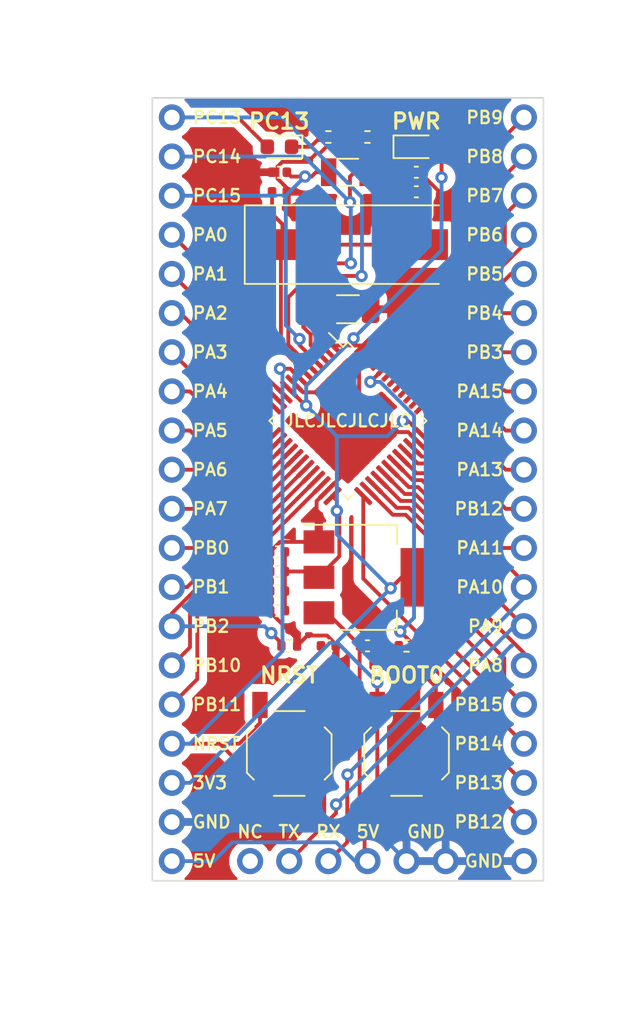
<source format=kicad_pcb>
(kicad_pcb (version 20221018) (generator pcbnew)
  (title_block (title "STM32F103C8T6"))
  (layers (0 "F.Cu" signal) (31 "B.Cu" signal) (34 "B.Paste" user) (35 "F.Paste" user) (36 "B.SilkS" user "B.Silkscreen") (37 "F.SilkS" user "F.Silkscreen") (38 "B.Mask" user) (39 "F.Mask" user) (44 "Edge.Cuts" user))
  (net 0 "")
  (net 1 "PA9")
  (net 2 "PA10")
  (net 3 "+5V")
  (net 4 "GND")
  (net 5 "Net-(D1-K)")
  (net 6 "PC14")
  (net 7 "PC15")
  (net 8 "PD0")
  (net 9 "PD1")
  (net 10 "+3.3V")
  (net 11 "PB2")
  (net 12 "BOOT0")
  (net 13 "PC13")
  (net 14 "NRST")
  (net 15 "PA0")
  (net 16 "PA1")
  (net 17 "PA2")
  (net 18 "PA3")
  (net 19 "PA4")
  (net 20 "PA5")
  (net 21 "PA6")
  (net 22 "PA7")
  (net 23 "PB0")
  (net 24 "PB1")
  (net 25 "PB10")
  (net 26 "PB11")
  (net 27 "PB12")
  (net 28 "PB13")
  (net 29 "PB14")
  (net 30 "PB15")
  (net 31 "PA8")
  (net 32 "PA11")
  (net 33 "PA12")
  (net 34 "PA13")
  (net 35 "PA14")
  (net 36 "PA15")
  (net 37 "PB3")
  (net 38 "PB4")
  (net 39 "PB5")
  (net 40 "PB6")
  (net 41 "PB7")
  (net 42 "PB8")
  (net 43 "PB9")
  (net 44 "Net-(D2-K)")
  (footprint "Capacitor_SMD:C_0402_1005Metric" (layer "F.Cu") (at 144.145 82.296)
    (fp_text reference "C3" hide)
    (fp_text value "30pF")
  )
  (footprint "Package_QFP:LQFP-48_7x7mm_P0.5mm" (layer "F.Cu") (at 139.7 97.155 -45)
    (fp_text reference "U1" hide)
    (fp_text value "STM32F103C8T6")
  )
  (footprint "Resistor_SMD:R_0402_1005Metric" (layer "F.Cu") (at 135.89 111.76 180)
    (fp_text reference "R1" hide)
    (fp_text value "10KΩ")
  )
  (footprint "Resistor_SMD:R_0402_1005Metric" (layer "F.Cu") (at 138.43 78.74)
    (fp_text reference "R4" hide)
    (fp_text value "10KΩ")
  )
  (footprint "Button_Switch_SMD:SW_SPST_TL3342" (layer "F.Cu") (at 135.89 118.745 -90)
    (fp_text reference "SW1" hide)
    (fp_text value "SW_Push")
  )
  (footprint "LED_SMD:LED_0603_1608Metric" (layer "F.Cu") (at 144.145 79.375)
    (fp_text reference "D2" hide)
    (fp_text value "19-217/GHC-YR1S2/3T")
  )
  (footprint "Capacitor_SMD:C_0402_1005Metric" (layer "F.Cu") (at 144.145 81.026 180)
    (fp_text reference "C1" hide)
    (fp_text value "15pF")
  )
  (footprint "Capacitor_SMD:C_0402_1005Metric" (layer "F.Cu") (at 135.128 105.664 180)
    (fp_text reference "C10" hide)
    (fp_text value "100nF")
  )
  (footprint "Capacitor_SMD:C_0402_1005Metric" (layer "F.Cu") (at 135.255 82.296 180)
    (fp_text reference "C4" hide)
    (fp_text value "30pF")
  )
  (footprint "Capacitor_SMD:C_0402_1005Metric" (layer "F.Cu") (at 135.128 108.204 180)
    (fp_text reference "C9" hide)
    (fp_text value "100nF")
  )
  (footprint "LED_SMD:LED_0603_1608Metric" (layer "F.Cu") (at 135.255 79.375 180)
    (fp_text reference "D1" hide)
    (fp_text value "19-217/BHC-ZL1M2RY/3T")
  )
  (footprint "Resistor_SMD:R_0402_1005Metric" (layer "F.Cu") (at 140.97 78.74 180)
    (fp_text reference "R5" hide)
    (fp_text value "10KΩ")
  )
  (footprint "Capacitor_SMD:C_0402_1005Metric" (layer "F.Cu") (at 135.128 106.934 180)
    (fp_text reference "C8" hide)
    (fp_text value "100nF")
  )
  (footprint "Capacitor_SMD:C_0402_1005Metric" (layer "F.Cu") (at 135.255 81.026)
    (fp_text reference "C2" hide)
    (fp_text value "15pF")
  )
  (footprint "Capacitor_SMD:C_0402_1005Metric" (layer "F.Cu") (at 135.128 109.474 180)
    (fp_text reference "C7" hide)
    (fp_text value "100nF")
  )
  (footprint "Resistor_SMD:R_0402_1005Metric" (layer "F.Cu") (at 143.51 111.76 180)
    (fp_text reference "R2" hide)
    (fp_text value "10KΩ")
  )
  (footprint "Capacitor_SMD:C_1206_3216Metric" (layer "F.Cu") (at 139.7 89.916)
    (fp_text reference "C12" hide)
    (fp_text value "100μF")
  )
  (footprint "Crystal:Crystal_SMD_3215-2Pin_3.2x1.5mm" (layer "F.Cu") (at 139.7 81.026 180)
    (fp_text reference "XTAL1" hide)
    (fp_text value "32.768KHz")
  )
  (footprint "Capacitor_SMD:C_0402_1005Metric" (layer "F.Cu") (at 140.97 111.76)
    (fp_text reference "C11" hide)
    (fp_text value "1μF")
  )
  (footprint "Capacitor_SMD:C_0402_1005Metric" (layer "F.Cu") (at 138.43 111.76)
    (fp_text reference "C13" hide)
    (fp_text value "100nF")
  )
  (footprint "Package_TO_SOT_SMD:SOT-223-3_TabPin2" (layer "F.Cu") (at 140.97 107.315)
    (fp_text reference "U2" hide)
    (fp_text value "AMS1117-3.3")
  )
  (footprint "Button_Switch_SMD:SW_SPST_TL3342" (layer "F.Cu") (at 143.51 118.745 90)
    (fp_text reference "SW2" hide)
    (fp_text value "SW_Push")
  )
  (footprint "Crystal:Crystal_SMD_HC49-SD" (layer "F.Cu") (at 139.7 85.725)
    (fp_text reference "XTAL2" hide)
    (fp_text value "8MHz")
  )
  (footprint "Connector_PinHeader_2.54mm:PinHeader_1x20_P2.54mm_Vertical" (layer "B.Cu") (at 128.27 77.47 180)
    (fp_text reference "CH1" hide)
    (fp_text value "Conn_01x20")
  )
  (footprint "Connector_PinHeader_2.54mm:PinHeader_1x06_P2.54mm_Horizontal" (layer "B.Cu") (at 133.35 125.73 -90)
    (fp_text reference "UART1" hide)
    (fp_text value "Conn_01x06")
  )
  (footprint "Connector_PinHeader_2.54mm:PinHeader_1x20_P2.54mm_Vertical" (layer "B.Cu") (at 151.13 77.47 180)
    (fp_text reference "CH2" hide)
    (fp_text value "Conn_01x20")
  )
  (gr_rect (start 127 76.2) (end 152.4 127) (stroke (width 0.1)) (fill none) (layer "Edge.Cuts"))
  (gr_text "PA9\n" (at 149.86 110.49) (layer "F.SilkS") (effects (font (size 0.8 0.8)) (justify right)))
  (gr_text "PA6" (at 129.54 100.33) (layer "F.SilkS") (effects (font (size 0.8 0.8)) (justify left)))
  (gr_text "PB1\n" (at 129.54 107.933798) (layer "F.SilkS") (effects (font (size 0.8 0.8)) (justify left)))
  (gr_text "PB0" (at 129.54 105.41) (layer "F.SilkS") (effects (font (size 0.8 0.8)) (justify left)))
  (gr_text "PB2" (at 129.54 110.49) (layer "F.SilkS") (effects (font (size 0.8 0.8)) (justify left)))
  (gr_text "NC" (at 133.35 123.825) (layer "F.SilkS") (effects (font (size 0.8 0.8))))
  (gr_text "RX" (at 138.43 123.825) (layer "F.SilkS") (effects (font (size 0.8 0.8))))
  (gr_text "PB10" (at 129.54 113.03) (layer "F.SilkS") (effects (font (size 0.8 0.8)) (justify left)))
  (gr_text "PB9\n" (at 149.86 77.476245) (layer "F.SilkS") (effects (font (size 0.8 0.8)) (justify right)))
  (gr_text "PA7" (at 129.54 102.87) (layer "F.SilkS") (effects (font (size 0.8 0.8)) (justify left)))
  (gr_text "PA15\n" (at 149.86 95.25) (layer "F.SilkS") (effects (font (size 0.8 0.8)) (justify right)))
  (gr_text "TX" (at 135.89 123.825) (layer "F.SilkS") (effects (font (size 0.8 0.8))))
  (gr_text "PB3\n" (at 149.86 92.71) (layer "F.SilkS") (effects (font (size 0.8 0.8)) (justify right)))
  (gr_text "GND" (at 144.78 123.825) (layer "F.SilkS") (effects (font (size 0.8 0.8))))
  (gr_text "PA11" (at 149.86 105.41) (layer "F.SilkS") (effects (font (size 0.8 0.8)) (justify right)))
  (gr_text "PA14" (at 149.86 97.79) (layer "F.SilkS") (effects (font (size 0.8 0.8)) (justify right)))
  (gr_text "PA0" (at 129.54 85.09) (layer "F.SilkS") (effects (font (size 0.8 0.8)) (justify left)))
  (gr_text "PB14\n" (at 149.86 118.11) (layer "F.SilkS") (effects (font (size 0.8 0.8)) (justify right)))
  (gr_text "JLCJLCJLCJLC" (at 139.7 97.155) (layer "F.SilkS") (effects (font (size 0.8 0.8))))
  (gr_text "PB12\n" (at 149.86 123.19) (layer "F.SilkS") (effects (font (size 0.8 0.8)) (justify right)))
  (gr_text "PC14" (at 129.54 80.01) (layer "F.SilkS") (effects (font (size 0.8 0.8)) (justify left)))
  (gr_text "GND" (at 129.54 123.19) (layer "F.SilkS") (effects (font (size 0.8 0.8)) (justify left)))
  (gr_text "PB12" (at 149.86 102.87) (layer "F.SilkS") (effects (font (size 0.8 0.8)) (justify right)))
  (gr_text "PB13\n" (at 149.86 120.65) (layer "F.SilkS") (effects (font (size 0.8 0.8)) (justify right)))
  (gr_text "5V" (at 129.54 125.73) (layer "F.SilkS") (effects (font (size 0.8 0.8)) (justify left)))
  (gr_text "PA13" (at 149.86 100.33) (layer "F.SilkS") (effects (font (size 0.8 0.8)) (justify right)))
  (gr_text "5V" (at 141 123.825) (layer "F.SilkS") (effects (font (size 0.8 0.8))))
  (gr_text "PB6\n" (at 149.86 85.089125) (layer "F.SilkS") (effects (font (size 0.8 0.8)) (justify right)))
  (gr_text "PA3" (at 129.54 92.708016) (layer "F.SilkS") (effects (font (size 0.8 0.8)) (justify left)))
  (gr_text "PB8" (at 149.86 80.01) (layer "F.SilkS") (effects (font (size 0.8 0.8)) (justify right)))
  (gr_text "PB7\n" (at 149.86 82.55) (layer "F.SilkS") (effects (font (size 0.8 0.8)) (justify right)))
  (gr_text "PB11" (at 129.54 115.57) (layer "F.SilkS") (effects (font (size 0.8 0.8)) (justify left)))
  (gr_text "PA4" (at 129.54 95.25) (layer "F.SilkS") (effects (font (size 0.8 0.8)) (justify left)))
  (gr_text "PA10\n" (at 149.86 107.95) (layer "F.SilkS") (effects (font (size 0.8 0.8)) (justify right)))
  (gr_text "PC15" (at 129.54 82.55) (layer "F.SilkS") (effects (font (size 0.8 0.8)) (justify left)))
  (gr_text "PB5\n" (at 149.86 87.636245) (layer "F.SilkS") (effects (font (size 0.8 0.8)) (justify right)))
  (gr_text "NRST" (at 135.89 113.665) (layer "F.SilkS") (effects (font (size 1 1) (thickness 0.2))))
  (gr_text "PB15" (at 149.86 115.57) (layer "F.SilkS") (effects (font (size 0.8 0.8)) (justify right)))
  (gr_text "PA1" (at 129.54 87.63) (layer "F.SilkS") (effects (font (size 0.8 0.8)) (justify left)))
  (gr_text "PC13" (at 135.235 77.724) (layer "F.SilkS") (effects (font (size 1 1) (thickness 0.2))))
  (gr_text "PA5" (at 129.54 97.79) (layer "F.SilkS") (effects (font (size 0.8 0.8)) (justify left)))
  (gr_text "BOOT0" (at 143.51 113.665) (layer "F.SilkS") (effects (font (size 1 1) (thickness 0.2))))
  (gr_text "NRST" (at 129.54 118.11) (layer "F.SilkS") (effects (font (size 0.8 0.8)) (justify left)))
  (gr_text "PA2" (at 129.54 90.17) (layer "F.SilkS") (effects (font (size 0.8 0.8)) (justify left)))
  (gr_text "PB4\n" (at 149.86 90.176245) (layer "F.SilkS") (effects (font (size 0.8 0.8)) (justify right)))
  (gr_text "PWR" (at 144.145 77.724) (layer "F.SilkS") (effects (font (size 1 1) (thickness 0.2))))
  (gr_text "PC13" (at 129.54 77.47) (layer "F.SilkS") (effects (font (size 0.8 0.8)) (justify left)))
  (gr_text "PA8\n" (at 149.86 113.03) (layer "F.SilkS") (effects (font (size 0.8 0.8)) (justify right)))
  (gr_text "GND" (at 149.86 125.73) (layer "F.SilkS") (effects (font (size 0.8 0.8)) (justify right)))
  (gr_text "3V3" (at 129.54 120.65) (layer "F.SilkS") (effects (font (size 0.8 0.8)) (justify left)))
  (segment (start 135.89 125.73) (end 136.986 124.634) (width 0.25) (layer "F.Cu") (net 1))
  (segment (start 149.5047 106.702) (end 144.2591 101.4564) (width 0.25) (layer "F.Cu") (net 1))
  (segment (start 136.986 124.634) (end 136.986 124.5549) (width 0.25) (layer "F.Cu") (net 1))
  (segment (start 151.13 110.49) (end 149.5047 108.8647) (width 0.25) (layer "F.Cu") (net 1))
  (segment (start 143.6479 101.4564) (end 142.4666 100.2751) (width 0.25) (layer "F.Cu") (net 1))
  (segment (start 138.9325 122.055) (end 138.9325 122.6084) (width 0.25) (layer "F.Cu") (net 1))
  (segment (start 144.2591 101.4564) (end 143.6479 101.4564) (width 0.25) (layer "F.Cu") (net 1))
  (segment (start 138.9325 122.6084) (end 136.986 124.5549) (width 0.25) (layer "F.Cu") (net 1))
  (segment (start 149.5047 108.8647) (end 149.5047 106.702) (width 0.25) (layer "F.Cu") (net 1))
  (via (at 138.9325 122.055) (size 0.8) (drill 0.4) (layers "F.Cu" "B.Cu") (net 1))
  (segment (start 150.4975 110.49) (end 138.9325 122.055) (width 0.25) (layer "B.Cu") (net 1))
  (segment (start 151.13 110.49) (end 150.4975 110.49) (width 0.25) (layer "B.Cu") (net 1))
  (segment (start 139.6575 120.132) (end 139.6575 124.5025) (width 0.25) (layer "F.Cu") (net 2))
  (segment (start 151.13 107.95) (end 151.13 107.6307) (width 0.25) (layer "F.Cu") (net 2))
  (segment (start 139.67375 120.11575) (end 139.6575 120.132) (width 0.25) (layer "F.Cu") (net 2))
  (segment (start 143.9049 101.0064) (end 142.8201 99.9216) (width 0.25) (layer "F.Cu") (net 2))
  (segment (start 144.5057 101.0064) (end 143.9049 101.0064) (width 0.25) (layer "F.Cu") (net 2))
  (segment (start 151.13 107.6307) (end 144.5057 101.0064) (width 0.25) (layer "F.Cu") (net 2))
  (segment (start 139.6575 124.5025) (end 138.43 125.73) (width 0.25) (layer "F.Cu") (net 2))
  (via (at 139.67375 120.11575) (size 0.8) (drill 0.4) (layers "F.Cu" "B.Cu") (net 2))
  (segment (start 151.13 108.6595) (end 151.13 107.95) (width 0.25) (layer "B.Cu") (net 2))
  (segment (start 139.67375 120.11575) (end 151.13 108.6595) (width 0.25) (layer "B.Cu") (net 2))
  (segment (start 140.462 124.068) (end 140.462 111.788) (width 0.25) (layer "F.Cu") (net 3))
  (segment (start 140.49 111.76) (end 138.345 109.615) (width 0.25) (layer "F.Cu") (net 3))
  (segment (start 138.345 109.615) (end 137.82 109.615) (width 0.25) (layer "F.Cu") (net 3))
  (segment (start 140.462 111.788) (end 140.49 111.76) (width 0.5) (layer "F.Cu") (net 3))
  (segment (start 140.785 124.391) (end 140.462 124.068) (width 0.25) (layer "F.Cu") (net 3))
  (segment (start 140.785 125.545) (end 140.785 124.391) (width 0.25) (layer "F.Cu") (net 3))
  (segment (start 130.9754 125.73) (end 128.27 125.73) (width 0.25) (layer "B.Cu") (net 3))
  (segment (start 132.1941 124.5113) (end 130.9754 125.73) (width 0.25) (layer "B.Cu") (net 3))
  (segment (start 140.1621 125.73) (end 138.9434 124.5113) (width 0.25) (layer "B.Cu") (net 3))
  (segment (start 140.97 125.73) (end 140.1621 125.73) (width 0.25) (layer "B.Cu") (net 3))
  (segment (start 138.9434 124.5113) (end 132.1941 124.5113) (width 0.25) (layer "B.Cu") (net 3))
  (segment (start 128.27 123.19) (end 136.495 123.19) (width 0.25) (layer "F.Cu") (net 4))
  (segment (start 136.4 111.3149) (end 136.4 111.76) (width 0.25) (layer "F.Cu") (net 4))
  (segment (start 143.51 125.73) (end 143.51 124.5549) (width 0.25) (layer "F.Cu") (net 4))
  (segment (start 134.648 106.934) (end 134.648 105.664) (width 0.25) (layer "F.Cu") (net 4))
  (segment (start 135.735 82.0431) (end 135.1293 81.4374) (width 0.25) (layer "F.Cu") (net 4))
  (segment (start 134.648 108.204) (end 134.648 106.934) (width 0.25) (layer "F.Cu") (net 4))
  (segment (start 135.289391 105.015) (end 137.82 105.015) (width 0.25) (layer "F.Cu") (net 4))
  (segment (start 134.648 105.664) (end 134.648 105.656391) (width 0.25) (layer "F.Cu") (net 4))
  (segment (start 134.775 81.026) (end 135.1293 81.026) (width 0.25) (layer "F.Cu") (net 4))
  (segment (start 138.91 111.76) (end 138.91 113.2999) (width 0.25) (layer "F.Cu") (net 4))
  (segment (start 135.4389 80.3536) (end 135.1293 80.6632) (width 0.25) (layer "F.Cu") (net 4))
  (segment (start 138.91 113.2999) (end 137.79 114.4199) (width 0.25) (layer "F.Cu") (net 4))
  (segment (start 141.45 111.76) (end 143 111.76) (width 0.25) (layer "F.Cu") (net 4))
  (segment (start 143.6162 97.8892) (end 144.2343 98.5073) (width 0.25) (layer "F.Cu") (net 4))
  (segment (start 146.5252 87.1548) (end 143.764 89.916) (width 0.25) (layer "F.Cu") (net 4))
  (segment (start 143.51 124.5549) (end 143 124.0449) (width 0.25) (layer "F.Cu") (net 4))
  (segment (start 138.94 78.74) (end 137.8792 79.8008) (width 0.25) (layer "F.Cu") (net 4))
  (segment (start 142.14778 97.8892) (end 138.347658 101.689322) (width 0.25) (layer "F.Cu") (net 4))
  (segment (start 141.1357 78.0643) (end 140.46 78.74) (width 0.25) (layer "F.Cu") (net 4))
  (segment (start 141.175 89.916) (end 143.764 89.916) (width 0.25) (layer "F.Cu") (net 4))
  (segment (start 140.427 95.3476) (end 142.5582 97.4788) (width 0.25) (layer "F.Cu") (net 4))
  (segment (start 140.427 95.3104) (end 140.427 95.3476) (width 0.25) (layer "F.Cu") (net 4))
  (segment (start 143.665 82.2434) (end 143.665 82.296) (width 0.25) (layer "F.Cu") (net 4))
  (segment (start 138.3483 111.0929) (end 138.91 111.6546) (width 0.25) (layer "F.Cu") (net 4))
  (segment (start 135.735 82.296) (end 135.735 82.0431) (width 0.25) (layer "F.Cu") (net 4))
  (segment (start 144.145 78.8916) (end 143.3177 78.0643) (width 0.25) (layer "F.Cu") (net 4))
  (segment (start 137.668 102.369) (end 138.3477 101.6893) (width 0.25) (layer "F.Cu") (net 4))
  (segment (start 137.1001 80.3536) (end 135.4389 80.3536) (width 0.25) (layer "F.Cu") (net 4))
  (segment (start 143.3177 78.0643) (end 141.1357 78.0643) (width 0.25) (layer "F.Cu") (net 4))
  (segment (start 141.0523 92.6207) (end 140.427 93.246) (width 0.25) (layer "F.Cu") (net 4))
  (segment (start 137.82 105.015) (end 137.668 104.863) (width 0.25) (layer "F.Cu") (net 4))
  (segment (start 137.79 115.595) (end 137.79 114.4199) (width 0.25) (layer "F.Cu") (net 4))
  (segment (start 134.648 108.204) (end 134.648 109.474) (width 0.25) (layer "F.Cu") (net 4))
  (segment (start 144.145 80.3663) (end 144.145 78.8916) (width 0.25) (layer "F.Cu") (net 4))
  (segment (start 136.4 111.76) (end 137.0671 111.0929) (width 0.25) (layer "F.Cu") (net 4))
  (segment (start 137.0671 111.0929) (end 138.3483 111.0929) (width 0.25) (layer "F.Cu") (net 4))
  (segment (start 134.648 109.474) (end 134.648 109.5629) (width 0.25) (layer "F.Cu") (net 4))
  (segment (start 144.625 80.8463) (end 144.145 80.3663) (width 0.25) (layer "F.Cu") (net 4))
  (segment (start 137.79 115.595) (end 137.79 121.895) (width 0.25) (layer "F.Cu") (net 4))
  (segment (start 137.668 104.863) (end 137.668 102.369) (width 0.25) (layer "F.Cu") (net 4))
  (segment (start 136.7947 95.3104) (end 136.2263 94.742) (width 0.25) (layer "F.Cu") (net 4))
  (segment (start 135.1293 81.4374) (end 135.1293 81.026) (width 0.25) (layer "F.Cu") (net 4))
  (segment (start 144.625 81.2834) (end 143.665 82.2434) (width 0.25) (layer "F.Cu") (net 4))
  (segment (start 137.8792 79.8008) (end 137.6529 79.8008) (width 0.25) (layer "F.Cu") (net 4))
  (segment (start 146.5252 83.1836) (end 146.5252 87.1548) (width 0.25) (layer "F.Cu") (net 4))
  (segment (start 144.625 81.026) (end 144.625 80.8463) (width 0.25) (layer "F.Cu") (net 4))
  (segment (start 142.9686 97.8892) (end 142.14778 97.8892) (width 0.25) (layer "F.Cu") (net 4))
  (segment (start 144.625 81.2834) (end 144.625 81.026) (width 0.25) (layer "F.Cu") (net 4))
  (segment (start 143 124.0449) (end 143 111.76) (width 0.25) (layer "F.Cu") (net 4))
  (segment (start 144.625 81.2834) (end 146.5252 83.1836) (width 0.25) (layer "F.Cu") (net 4))
  (segment (start 143.764 89.916) (end 141.059322 92.620678) (width 0.25) (layer "F.Cu") (net 4))
  (segment (start 136.495 123.19) (end 137.79 121.895) (width 0.25) (layer "F.Cu") (net 4))
  (segment (start 140.46 78.74) (end 138.94 78.74) (width 0.25) (layer "F.Cu") (net 4))
  (segment (start 142.9686 97.8892) (end 143.6162 97.8892) (width 0.25) (layer "F.Cu") (net 4))
  (segment (start 140.427 93.246) (end 140.427 95.3104) (width 0.25) (layer "F.Cu") (net 4))
  (segment (start 135.1293 80.6632) (end 135.1293 81.026) (width 0.25) (layer "F.Cu") (net 4))
  (segment (start 134.648 105.656391) (end 135.289391 105.015) (width 0.25) (layer "F.Cu") (net 4))
  (segment (start 140.427 95.3104) (end 136.7947 95.3104) (width 0.25) (layer "F.Cu") (net 4))
  (segment (start 141.059322 92.620678) (end 141.052342 92.620678) (width 0.25) (layer "F.Cu") (net 4))
  (segment (start 137.6529 79.8008) (end 137.1001 80.3536) (width 0.25) (layer "F.Cu") (net 4))
  (segment (start 142.5582 97.4788) (end 142.9686 97.8892) (width 0.25) (layer "F.Cu") (net 4))
  (segment (start 138.91 111.6546) (end 138.91 111.76) (width 0.25) (layer "F.Cu") (net 4))
  (segment (start 134.648 109.5629) (end 136.4 111.3149) (width 0.25) (layer "F.Cu") (net 4))
  (segment (start 140.97 123.19) (end 143.51 125.73) (width 0.25) (layer "B.Cu") (net 4))
  (segment (start 128.27 123.19) (end 140.97 123.19) (width 0.25) (layer "B.Cu") (net 4))
  (segment (start 146.05 125.73) (end 143.51 125.73) (width 0.25) (layer "B.Cu") (net 4))
  (segment (start 151.13 125.73) (end 146.05 125.73) (width 0.25) (layer "B.Cu") (net 4))
  (segment (start 136.0425 79.375) (end 137.285 79.375) (width 0.25) (layer "F.Cu") (net 5))
  (segment (start 137.285 79.375) (end 137.92 78.74) (width 0.25) (layer "F.Cu") (net 5))
  (segment (start 137.2795 92.2596) (end 137.9941 92.9742) (width 0.25) (layer "F.Cu") (net 6))
  (segment (start 136.803 88.805) (end 136.803 91.0733) (width 0.25) (layer "F.Cu") (net 6))
  (segment (start 137.2795 91.5498) (end 137.2795 92.2596) (width 0.25) (layer "F.Cu") (net 6))
  (segment (start 136.803 91.0733) (end 137.2795 91.5498) (width 0.25) (layer "F.Cu") (net 6))
  (segment (start 139.8897 86.938627) (end 138.669373 86.938627) (width 0.25) (layer "F.Cu") (net 6))
  (segment (start 140.95 81.026) (end 140.1249 81.026) (width 0.25) (layer "F.Cu") (net 6))
  (segment (start 140.1249 81.026) (end 139.8329 81.318) (width 0.25) (layer "F.Cu") (net 6))
  (segment (start 140.95 81.026) (end 143.665 81.026) (width 0.25) (layer "F.Cu") (net 6))
  (segment (start 138.669373 86.938627) (end 136.803 88.805) (width 0.25) (layer "F.Cu") (net 6))
  (segment (start 139.8329 81.318) (end 139.8329 82.9715) (width 0.25) (layer "F.Cu") (net 6))
  (via (at 139.8329 82.9715) (size 0.8) (drill 0.4) (layers "F.Cu" "B.Cu") (net 6))
  (via (at 139.8897 86.938627) (size 0.8) (drill 0.4) (layers "F.Cu" "B.Cu") (net 6))
  (segment (start 139.8897 86.938627) (end 139.8891 86.938027) (width 0.25) (layer "B.Cu") (net 6))
  (segment (start 139.8891 86.938027) (end 139.8891 83.0277) (width 0.25) (layer "B.Cu") (net 6))
  (segment (start 139.8329 82.9715) (end 136.8714 80.01) (width 0.25) (layer "B.Cu") (net 6))
  (segment (start 136.8714 80.01) (end 128.27 80.01) (width 0.25) (layer "B.Cu") (net 6))
  (segment (start 139.8891 83.0277) (end 139.8329 82.9715) (width 0.25) (layer "B.Cu") (net 6))
  (segment (start 136.5544 92.2416) (end 137.6406 93.3278) (width 0.25) (layer "F.Cu") (net 7))
  (segment (start 137.3452 81.3057) (end 136.9127 81.3057) (width 0.25) (layer "F.Cu") (net 7))
  (segment (start 136.0147 81.3057) (end 135.735 81.026) (width 0.25) (layer "F.Cu") (net 7))
  (segment (start 136.9127 81.3057) (end 136.0147 81.3057) (width 0.25) (layer "F.Cu") (net 7))
  (segment (start 138.45 81.026) (end 137.6249 81.026) (width 0.25) (layer "F.Cu") (net 7))
  (segment (start 137.6249 81.026) (end 137.3452 81.3057) (width 0.25) (layer "F.Cu") (net 7))
  (segment (start 136.5544 91.8501) (end 136.5544 92.2416) (width 0.25) (layer "F.Cu") (net 7))
  (via (at 136.5544 91.8501) (size 0.8) (drill 0.4) (layers "F.Cu" "B.Cu") (net 7))
  (via (at 136.9127 81.3057) (size 0.8) (drill 0.4) (layers "F.Cu" "B.Cu") (net 7))
  (segment (start 135.6684 82.55) (end 136.9127 81.3057) (width 0.25) (layer "B.Cu") (net 7))
  (segment (start 135.6684 82.55) (end 135.6684 90.9641) (width 0.25) (layer "B.Cu") (net 7))
  (segment (start 128.27 82.55) (end 135.6684 82.55) (width 0.25) (layer "B.Cu") (net 7))
  (segment (start 135.6684 90.9641) (end 136.5544 91.8501) (width 0.25) (layer "B.Cu") (net 7))
  (segment (start 135.8293 89.142) (end 139.2463 85.725) (width 0.25) (layer "F.Cu") (net 8))
  (segment (start 143.95 85.725) (end 143.95 84.3999) (width 0.25) (layer "F.Cu") (net 8))
  (segment (start 137.287 93.6813) (end 135.8293 92.2236) (width 0.25) (layer "F.Cu") (net 8))
  (segment (start 139.2463 85.725) (end 143.95 85.725) (width 0.25) (layer "F.Cu") (net 8))
  (segment (start 135.8293 92.2236) (end 135.8293 89.142) (width 0.25) (layer "F.Cu") (net 8))
  (segment (start 143.95 84.3999) (end 144.625 83.7249) (width 0.25) (layer "F.Cu") (net 8))
  (segment (start 144.625 83.7249) (end 144.625 82.296) (width 0.25) (layer "F.Cu") (net 8))
  (segment (start 135.45 85.0624) (end 135.45 84.3999) (width 0.25) (layer "F.Cu") (net 9))
  (segment (start 135.3502 92.4517) (end 136.9334 94.0349) (width 0.25) (layer "F.Cu") (net 9))
  (segment (start 135.45 85.725) (end 135.45 85.0624) (width 0.25) (layer "F.Cu") (net 9))
  (segment (start 135.45 85.0624) (end 135.3502 85.1622) (width 0.25) (layer "F.Cu") (net 9))
  (segment (start 135.3502 85.1622) (end 135.3502 92.4517) (width 0.25) (layer "F.Cu") (net 9))
  (segment (start 135.45 84.3999) (end 134.775 83.7249) (width 0.25) (layer "F.Cu") (net 9))
  (segment (start 134.775 83.7249) (end 134.775 82.296) (width 0.25) (layer "F.Cu") (net 9))
  (segment (start 141.61 114.4199) (end 141.61 114.1408) (width 0.25) (layer "F.Cu") (net 10))
  (segment (start 135.7646 106.934) (end 137.6634 106.934) (width 0.25) (layer "F.Cu") (net 10))
  (segment (start 135.8728 95.0956) (end 136.9434 96.1662) (width 0.25) (layer "F.Cu") (net 10))
  (segment (start 143.188 107.315) (end 142.4776 108.0254) (width 0.25) (layer "F.Cu") (net 10))
  (segment (start 140.6988 92.2671) (end 140.0688 92.2671) (width 0.25) (layer "F.Cu") (net 10))
  (segment (start 135.608 105.664) (end 135.608 106.7774) (width 0.25) (layer "F.Cu") (net 10))
  (segment (start 137.82 107.315) (end 137.82 106.7774) (width 0.25) (layer "F.Cu") (net 10))
  (segment (start 135.608 106.7774) (end 135.608 106.934) (width 0.25) (layer "F.Cu") (net 10))
  (segment (start 138.317 106.7774) (end 139.1452 105.9492) (width 0.25) (layer "F.Cu") (net 10))
  (segment (start 135.608 109.474) (end 135.608 108.204) (width 0.25) (layer "F.Cu") (net 10))
  (segment (start 138.9829 102.9994) (end 138.9829 102.3246) (width 0.25) (layer "F.Cu") (net 10))
  (segment (start 141.61 121.895) (end 141.61 115.595) (width 0.25) (layer "F.Cu") (net 10))
  (segment (start 137.82 106.7774) (end 138.317 106.7774) (width 0.25) (layer "F.Cu") (net 10))
  (segment (start 143.2689 97.1641) (end 143.5982 97.1641) (width 0.25) (layer "F.Cu") (net 10))
  (segment (start 139.1452 103.1617) (end 138.9829 102.9994) (width 0.25) (layer "F.Cu") (net 10))
  (segment (start 138.9829 102.3246) (end 138.7012 102.0429) (width 0.25) (layer "F.Cu") (net 10))
  (segment (start 140.0688 91.803) (end 140.0688 92.2671) (width 0.25) (layer "F.Cu") (net 10))
  (segment (start 137.6634 106.934) (end 137.82 106.7774) (width 0.25) (layer "F.Cu") (net 10))
  (segment (start 144.9325 79.375) (end 145.7814 80.2239) (width 0.25) (layer "F.Cu") (net 10))
  (segment (start 140.0688 92.2671) (end 138.7012 92.2671) (width 0.25) (layer "F.Cu") (net 10))
  (segment (start 145.7814 80.2239) (end 145.7814 81.3699) (width 0.25) (layer "F.Cu") (net 10))
  (segment (start 141.61 115.595) (end 141.61 114.4199) (width 0.25) (layer "F.Cu") (net 10))
  (segment (start 144.12 107.315) (end 143.188 107.315) (width 0.25) (layer "F.Cu") (net 10))
  (segment (start 139.1452 105.9492) (end 139.1452 103.1617) (width 0.25) (layer "F.Cu") (net 10))
  (segment (start 136.9434 96.1662) (end 136.9913 96.1662) (width 0.25) (layer "F.Cu") (net 10))
  (segment (start 135.608 108.204) (end 135.608 106.934) (width 0.25) (layer "F.Cu") (net 10))
  (segment (start 135.608 106.7774) (end 135.7646 106.934) (width 0.25) (layer "F.Cu") (net 10))
  (segment (start 143.5982 97.1641) (end 144.5879 98.1538) (width 0.25) (layer "F.Cu") (net 10))
  (segment (start 138.7012 90.3922) (end 138.225 89.916) (width 0.25) (layer "F.Cu") (net 10))
  (segment (start 138.7012 92.2671) (end 138.7012 90.3922) (width 0.25) (layer "F.Cu") (net 10))
  (via (at 138.9829 102.9994) (size 0.8) (drill 0.4) (layers "F.Cu" "B.Cu") (net 10))
  (via (at 143.2689 97.1641) (size 0.8) (drill 0.4) (layers "F.Cu" "B.Cu") (net 10))
  (via (at 136.9913 96.1662) (size 0.8) (drill 0.4) (layers "F.Cu" "B.Cu") (net 10))
  (via (at 141.61 114.1408) (size 0.8) (drill 0.4) (layers "F.Cu" "B.Cu") (net 10))
  (via (at 142.4776 108.0254) (size 0.8) (drill 0.4) (layers "F.Cu" "B.Cu") (net 10))
  (via (at 140.0688 91.803) (size 0.8) (drill 0.4) (layers "F.Cu" "B.Cu") (net 10))
  (via (at 145.7814 81.3699) (size 0.8) (drill 0.4) (layers "F.Cu" "B.Cu") (net 10))
  (segment (start 138.9829 104.5307) (end 138.9829 102.9994) (width 0.25) (layer "B.Cu") (net 10))
  (segment (start 138.527 111.5681) (end 139.0373 111.5681) (width 0.25) (layer "B.Cu") (net 10))
  (segment (start 128.27 120.65) (end 129.4451 120.65) (width 0.25) (layer "B.Cu") (net 10))
  (segment (start 136.9913 96.1662) (end 136.9913 94.8805) (width 0.25) (layer "B.Cu") (net 10))
  (segment (start 145.7814 86.0904) (end 145.7814 81.3699) (width 0.25) (layer "B.Cu") (net 10))
  (segment (start 129.4451 120.65) (end 138.527 111.5681) (width 0.25) (layer "B.Cu") (net 10))
  (segment (start 136.9913 94.8805) (end 140.0688 91.803) (width 0.25) (layer "B.Cu") (net 10))
  (segment (start 139.0373 111.4657) (end 142.4776 108.0254) (width 0.25) (layer "B.Cu") (net 10))
  (segment (start 140.0688 91.803) (end 145.7814 86.0904) (width 0.25) (layer "B.Cu") (net 10))
  (segment (start 138.9829 102.9994) (end 138.9829 98.1578) (width 0.25) (layer "B.Cu") (net 10))
  (segment (start 138.9829 98.1578) (end 136.9913 96.1662) (width 0.25) (layer "B.Cu") (net 10))
  (segment (start 138.9829 98.1578) (end 142.2752 98.1578) (width 0.25) (layer "B.Cu") (net 10))
  (segment (start 142.2752 98.1578) (end 143.2689 97.1641) (width 0.25) (layer "B.Cu") (net 10))
  (segment (start 142.4776 108.0254) (end 138.9829 104.5307) (width 0.25) (layer "B.Cu") (net 10))
  (segment (start 139.0373 111.5681) (end 139.0373 111.4657) (width 0.25) (layer "B.Cu") (net 10))
  (segment (start 139.0373 111.5681) (end 141.61 114.1408) (width 0.25) (layer "B.Cu") (net 10))
  (segment (start 128.27 109.6457) (end 137.287 100.6287) (width 0.25) (layer "F.Cu") (net 11))
  (segment (start 128.27 110.49) (end 128.27 109.6457) (width 0.25) (layer "F.Cu") (net 11))
  (segment (start 135.38 111.587) (end 135.38 111.76) (width 0.25) (layer "F.Cu") (net 11))
  (segment (start 134.7256 110.9326) (end 135.38 111.587) (width 0.25) (layer "F.Cu") (net 11))
  (via (at 134.7256 110.9326) (size 0.8) (drill 0.4) (layers "F.Cu" "B.Cu") (net 11))
  (segment (start 128.27 110.49) (end 134.283 110.49) (width 0.25) (layer "B.Cu") (net 11))
  (segment (start 134.283 110.49) (end 134.7256 110.9326) (width 0.25) (layer "B.Cu") (net 11))
  (segment (start 144.02 111.76) (end 144.02 111.7449) (width 0.25) (layer "F.Cu") (net 12))
  (segment (start 144.02 111.7449) (end 143.1022 110.8271) (width 0.25) (layer "F.Cu") (net 12))
  (segment (start 145.41 114.4199) (end 144.02 113.0299) (width 0.25) (layer "F.Cu") (net 12))
  (segment (start 145.41 115.595) (end 145.41 114.4199) (width 0.25) (layer "F.Cu") (net 12))
  (segment (start 141.1613 94.633) (end 142.113 93.6813) (width 0.25) (layer "F.Cu") (net 12))
  (segment (start 144.02 113.0299) (end 144.02 111.76) (width 0.25) (layer "F.Cu") (net 12))
  (segment (start 145.41 115.595) (end 145.41 121.895) (width 0.25) (layer "F.Cu") (net 12))
  (via (at 143.1022 110.8271) (size 0.8) (drill 0.4) (layers "F.Cu" "B.Cu") (net 12))
  (via (at 141.1613 94.633) (size 0.8) (drill 0.4) (layers "F.Cu" "B.Cu") (net 12))
  (segment (start 141.798 94.633) (end 143.994 96.829) (width 0.25) (layer "B.Cu") (net 12))
  (segment (start 143.994 96.829) (end 143.994 109.9353) (width 0.25) (layer "B.Cu") (net 12))
  (segment (start 143.994 109.9353) (end 143.1022 110.8271) (width 0.25) (layer "B.Cu") (net 12))
  (segment (start 141.1613 94.633) (end 141.798 94.633) (width 0.25) (layer "B.Cu") (net 12))
  (segment (start 137.3069 90.9405) (end 137.7296 91.3632) (width 0.25) (layer "F.Cu") (net 13))
  (segment (start 128.27 77.47) (end 132.5625 77.47) (width 0.25) (layer "F.Cu") (net 13))
  (segment (start 137.7296 91.3632) (end 137.7296 92.0026) (width 0.25) (layer "F.Cu") (net 13))
  (segment (start 132.5625 77.47) (end 134.4675 79.375) (width 0.25) (layer "F.Cu") (net 13))
  (segment (start 138.5222 87.757) (end 137.3069 88.9723) (width 0.25) (layer "F.Cu") (net 13))
  (segment (start 137.3069 88.9723) (end 137.3069 90.9405) (width 0.25) (layer "F.Cu") (net 13))
  (segment (start 140.589 87.757) (end 138.5222 87.757) (width 0.25) (layer "F.Cu") (net 13))
  (segment (start 137.7296 92.0026) (end 138.3477 92.6207) (width 0.25) (layer "F.Cu") (net 13))
  (via (at 140.589 87.757) (size 0.8) (drill 0.4) (layers "F.Cu" "B.Cu") (net 13))
  (segment (start 140.589 87.757) (end 140.6142 87.7318) (width 0.25) (layer "B.Cu") (net 13))
  (segment (start 140.6142 87.7318) (end 140.6142 82.6507) (width 0.25) (layer "B.Cu") (net 13))
  (segment (start 135.4335 77.47) (end 128.27 77.47) (width 0.25) (layer "B.Cu") (net 13))
  (segment (start 140.6142 82.6507) (end 135.4335 77.47) (width 0.25) (layer "B.Cu") (net 13))
  (segment (start 131.3801 118.11) (end 128.27 118.11) (width 0.25) (layer "F.Cu") (net 14))
  (segment (start 132.6501 118.11) (end 133.99 116.7701) (width 0.25) (layer "F.Cu") (net 14))
  (segment (start 133.99 115.595) (end 133.99 116.7701) (width 0.25) (layer "F.Cu") (net 14))
  (segment (start 133.99 121.895) (end 133.99 120.7199) (width 0.25) (layer "F.Cu") (net 14))
  (segment (start 128.27 118.11) (end 132.6501 118.11) (width 0.25) (layer "F.Cu") (net 14))
  (segment (start 137.95 112.113) (end 134.468 115.595) (width 0.25) (layer "F.Cu") (net 14))
  (segment (start 136.5799 94.3884) (end 135.9675 93.776) (width 0.25) (layer "F.Cu") (net 14))
  (segment (start 134.468 115.595) (end 133.99 115.595) (width 0.25) (layer "F.Cu") (net 14))
  (segment (start 135.9675 93.776) (end 135.2914 93.776) (width 0.25) (layer "F.Cu") (net 14))
  (segment (start 137.95 111.76) (end 137.95 112.113) (width 0.25) (layer "F.Cu") (net 14))
  (segment (start 133.99 120.7199) (end 131.3801 118.11) (width 0.25) (layer "F.Cu") (net 14))
  (via (at 135.2914 93.776) (size 0.8) (drill 0.4) (layers "F.Cu" "B.Cu") (net 14))
  (segment (start 129.4451 118.11) (end 135.4515 112.1036) (width 0.25) (layer "B.Cu") (net 14))
  (segment (start 135.4515 93.9361) (end 135.2914 93.776) (width 0.25) (layer "B.Cu") (net 14))
  (segment (start 128.27 118.11) (end 129.4451 118.11) (width 0.25) (layer "B.Cu") (net 14))
  (segment (start 135.4515 112.1036) (end 135.4515 93.9361) (width 0.25) (layer "B.Cu") (net 14))
  (segment (start 133.4033 93.3332) (end 135.5192 95.4491) (width 0.25) (layer "F.Cu") (net 15))
  (segment (start 128.27 85.09) (end 133.4033 90.2233) (width 0.25) (layer "F.Cu") (net 15))
  (segment (start 133.4033 90.2233) (end 133.4033 93.3332) (width 0.25) (layer "F.Cu") (net 15))
  (segment (start 128.27 87.63) (end 130.187 89.547) (width 0.25) (layer "F.Cu") (net 16))
  (segment (start 135.1657 95.8027) (end 130.187 90.824) (width 0.25) (layer "F.Cu") (net 16))
  (segment (start 130.187 89.547) (end 130.187 90.824) (width 0.25) (layer "F.Cu") (net 16))
  (segment (start 128.27 90.17) (end 128.8259 90.17) (width 0.25) (layer "F.Cu") (net 17))
  (segment (start 128.8259 90.17) (end 134.8121 96.1562) (width 0.25) (layer "F.Cu") (net 17))
  (segment (start 133.713788 98.153788) (end 134.812124 98.153788) (width 0.25) (layer "F.Cu") (net 18))
  (segment (start 128.27 92.71) (end 133.713788 98.153788) (width 0.25) (layer "F.Cu") (net 18))
  (segment (start 128.27 95.25) (end 129.4451 95.25) (width 0.25) (layer "F.Cu") (net 19))
  (segment (start 134.5716 99.1014) (end 135.1657 98.5073) (width 0.25) (layer "F.Cu") (net 19))
  (segment (start 133.2965 99.1014) (end 134.5716 99.1014) (width 0.25) (layer "F.Cu") (net 19))
  (segment (start 129.4451 95.25) (end 133.2965 99.1014) (width 0.25) (layer "F.Cu") (net 19))
  (segment (start 129.4451 97.79) (end 131.2165 99.5614) (width 0.25) (layer "F.Cu") (net 20))
  (segment (start 128.27 97.79) (end 129.4451 97.79) (width 0.25) (layer "F.Cu") (net 20))
  (segment (start 131.2165 99.5614) (end 134.8187 99.5614) (width 0.25) (layer "F.Cu") (net 20))
  (segment (start 134.8187 99.5614) (end 135.5192 98.8609) (width 0.25) (layer "F.Cu") (net 20))
  (segment (start 128.27 100.33) (end 134.7572 100.33) (width 0.25) (layer "F.Cu") (net 21))
  (segment (start 134.7572 100.33) (end 135.8728 99.2144) (width 0.25) (layer "F.Cu") (net 21))
  (segment (start 128.27 102.87) (end 132.9243 102.87) (width 0.25) (layer "F.Cu") (net 22))
  (segment (start 132.9243 102.87) (end 136.2263 99.568) (width 0.25) (layer "F.Cu") (net 22))
  (segment (start 131.0915 105.41) (end 136.5799 99.9216) (width 0.25) (layer "F.Cu") (net 23))
  (segment (start 128.27 105.41) (end 131.0915 105.41) (width 0.25) (layer "F.Cu") (net 23))
  (segment (start 136.9334 100.2751) (end 129.2585 107.95) (width 0.25) (layer "F.Cu") (net 24))
  (segment (start 129.2585 107.95) (end 128.27 107.95) (width 0.25) (layer "F.Cu") (net 24))
  (segment (start 128.27 113.03) (end 129.4451 111.8549) (width 0.25) (layer "F.Cu") (net 25))
  (segment (start 129.4451 109.1777) (end 137.6406 100.9822) (width 0.25) (layer "F.Cu") (net 25))
  (segment (start 129.4451 111.8549) (end 129.4451 109.1777) (width 0.25) (layer "F.Cu") (net 25))
  (segment (start 128.27 115.57) (end 129.921 113.919) (width 0.25) (layer "F.Cu") (net 26))
  (segment (start 129.921 109.4089) (end 137.9941 101.3358) (width 0.25) (layer "F.Cu") (net 26))
  (segment (start 129.921 113.919) (end 129.921 109.4089) (width 0.25) (layer "F.Cu") (net 26))
  (segment (start 151.13 123.19) (end 147.7042 119.7642) (width 0.25) (layer "F.Cu") (net 27))
  (segment (start 147.7042 114.4031) (end 140.6988 107.3977) (width 0.25) (layer "F.Cu") (net 27))
  (segment (start 147.7042 119.7642) (end 147.7042 114.4031) (width 0.25) (layer "F.Cu") (net 27))
  (segment (start 140.6988 107.3977) (end 140.6988 102.0429) (width 0.25) (layer "F.Cu") (net 27))
  (segment (start 151.13 120.65) (end 148.59 118.11) (width 0.25) (layer "F.Cu") (net 28))
  (segment (start 148.59 114.0154) (end 146.304 111.7294) (width 0.25) (layer "F.Cu") (net 28))
  (segment (start 143.4558 103.2564) (end 142.6194 103.2564) (width 0.25) (layer "F.Cu") (net 28))
  (segment (start 148.59 118.11) (end 148.59 114.0154) (width 0.25) (layer "F.Cu") (net 28))
  (segment (start 146.304 111.7294) (end 146.304 106.1046) (width 0.25) (layer "F.Cu") (net 28))
  (segment (start 142.6194 103.2564) (end 141.0523 101.6893) (width 0.25) (layer "F.Cu") (net 28))
  (segment (start 146.304 106.1046) (end 143.4558 103.2564) (width 0.25) (layer "F.Cu") (net 28))
  (segment (start 146.939 106.0847) (end 143.6607 102.8064) (width 0.25) (layer "F.Cu") (net 29))
  (segment (start 149.098 113.0528) (end 146.939 110.8938) (width 0.25) (layer "F.Cu") (net 29))
  (segment (start 143.6607 102.8064) (end 142.8765 102.8064) (width 0.25) (layer "F.Cu") (net 29))
  (segment (start 149.098 116.078) (end 149.098 113.0528) (width 0.25) (layer "F.Cu") (net 29))
  (segment (start 142.8765 102.8064) (end 141.4059 101.3358) (width 0.25) (layer "F.Cu") (net 29))
  (segment (start 151.13 118.11) (end 149.098 116.078) (width 0.25) (layer "F.Cu") (net 29))
  (segment (start 146.939 110.8938) (end 146.939 106.0847) (width 0.25) (layer "F.Cu") (net 29))
  (segment (start 149.86 114.3) (end 149.86 112.5693) (width 0.25) (layer "F.Cu") (net 30))
  (segment (start 143.1336 102.3564) (end 141.7594 100.9822) (width 0.25) (layer "F.Cu") (net 30))
  (segment (start 143.8754 102.3564) (end 143.1336 102.3564) (width 0.25) (layer "F.Cu") (net 30))
  (segment (start 149.86 112.5693) (end 147.574 110.2833) (width 0.25) (layer "F.Cu") (net 30))
  (segment (start 147.574 110.2833) (end 147.574 106.055) (width 0.25) (layer "F.Cu") (net 30))
  (segment (start 147.574 106.055) (end 143.8754 102.3564) (width 0.25) (layer "F.Cu") (net 30))
  (segment (start 151.13 115.57) (end 149.86 114.3) (width 0.25) (layer "F.Cu") (net 30))
  (segment (start 151.13 113.03) (end 151.13 112.2202) (width 0.25) (layer "F.Cu") (net 31))
  (segment (start 148.2463 106.0906) (end 144.0621 101.9064) (width 0.25) (layer "F.Cu") (net 31))
  (segment (start 148.2463 109.3365) (end 148.2463 106.0906) (width 0.25) (layer "F.Cu") (net 31))
  (segment (start 151.13 112.2202) (end 148.2463 109.3365) (width 0.25) (layer "F.Cu") (net 31))
  (segment (start 144.0621 101.9064) (end 143.3907 101.9064) (width 0.25) (layer "F.Cu") (net 31))
  (segment (start 143.3907 101.9064) (end 142.113 100.6287) (width 0.25) (layer "F.Cu") (net 31))
  (segment (start 151.13 105.41) (end 149.545696 105.41) (width 0.25) (layer "F.Cu") (net 32))
  (segment (start 144.692096 100.5564) (end 144.1621 100.5564) (width 0.25) (layer "F.Cu") (net 32))
  (segment (start 144.1621 100.5564) (end 143.1737 99.568) (width 0.25) (layer "F.Cu") (net 32))
  (segment (start 149.545696 105.41) (end 144.692096 100.5564) (width 0.25) (layer "F.Cu") (net 32))
  (segment (start 151.13 102.87) (end 149.9549 102.87) (width 0.25) (layer "F.Cu") (net 33))
  (segment (start 147.0101 99.9252) (end 144.238 99.9252) (width 0.25) (layer "F.Cu") (net 33))
  (segment (start 149.9549 102.87) (end 147.0101 99.9252) (width 0.25) (layer "F.Cu") (net 33))
  (segment (start 144.238 99.9252) (end 143.5272 99.2144) (width 0.25) (layer "F.Cu") (net 33))
  (segment (start 149.1 99.4751) (end 144.495 99.4751) (width 0.25) (layer "F.Cu") (net 34))
  (segment (start 149.9549 100.33) (end 149.1 99.4751) (width 0.25) (layer "F.Cu") (net 34))
  (segment (start 151.13 100.33) (end 149.9549 100.33) (width 0.25) (layer "F.Cu") (net 34))
  (segment (start 144.495 99.4751) (end 143.8808 98.8609) (width 0.25) (layer "F.Cu") (net 34))
  (segment (start 149.9549 97.79) (end 148.3211 96.1562) (width 0.25) (layer "F.Cu") (net 35))
  (segment (start 151.13 97.79) (end 149.9549 97.79) (width 0.25) (layer "F.Cu") (net 35))
  (segment (start 148.3211 96.1562) (end 144.5879 96.1562) (width 0.25) (layer "F.Cu") (net 35))
  (segment (start 144.8629 95.1741) (end 144.2343 95.8027) (width 0.25) (layer "F.Cu") (net 36))
  (segment (start 149.879 95.1741) (end 144.8629 95.1741) (width 0.25) (layer "F.Cu") (net 36))
  (segment (start 149.9549 95.25) (end 149.879 95.1741) (width 0.25) (layer "F.Cu") (net 36))
  (segment (start 151.13 95.25) (end 149.9549 95.25) (width 0.25) (layer "F.Cu") (net 36))
  (segment (start 146.6199 92.71) (end 143.8808 95.4491) (width 0.25) (layer "F.Cu") (net 37))
  (segment (start 151.13 92.71) (end 146.6199 92.71) (width 0.25) (layer "F.Cu") (net 37))
  (segment (start 151.13 90.17) (end 148.4528 90.17) (width 0.25) (layer "F.Cu") (net 38))
  (segment (start 148.4528 90.17) (end 143.5272 95.0956) (width 0.25) (layer "F.Cu") (net 38))
  (segment (start 150.2857 87.63) (end 143.1737 94.742) (width 0.25) (layer "F.Cu") (net 39))
  (segment (start 151.13 87.63) (end 150.2857 87.63) (width 0.25) (layer "F.Cu") (net 39))
  (segment (start 143.6682 93.188196) (end 151.13 85.726396) (width 0.25) (layer "F.Cu") (net 40))
  (segment (start 151.13 85.726396) (end 151.13 85.09) (width 0.25) (layer "F.Cu") (net 40))
  (segment (start 143.6682 93.5403) (end 143.6682 93.188196) (width 0.25) (layer "F.Cu") (net 40))
  (segment (start 142.8201 94.3884) (end 143.6682 93.5403) (width 0.25) (layer "F.Cu") (net 40))
  (segment (start 143.2182 93.0018) (end 143.2182 93.2833) (width 0.25) (layer "F.Cu") (net 41))
  (segment (start 149.8918 83.7882) (end 149.8918 86.3282) (width 0.25) (layer "F.Cu") (net 41))
  (segment (start 149.8918 86.3282) (end 143.2182 93.0018) (width 0.25) (layer "F.Cu") (net 41))
  (segment (start 143.2182 93.2833) (end 142.4666 94.0349) (width 0.25) (layer "F.Cu") (net 41))
  (segment (start 151.13 82.55) (end 149.8918 83.7882) (width 0.25) (layer "F.Cu") (net 41))
  (segment (start 151.13 80.01) (end 149.4416 81.6984) (width 0.25) (layer "F.Cu") (net 42))
  (segment (start 149.4416 81.6984) (end 149.4416 85.6456) (width 0.25) (layer "F.Cu") (net 42))
  (segment (start 149.4416 85.6456) (end 141.7594 93.3278) (width 0.25) (layer "F.Cu") (net 42))
  (segment (start 151.13 77.47) (end 148.8245 79.7755) (width 0.25) (layer "F.Cu") (net 43))
  (segment (start 148.8245 79.7755) (end 148.8245 85.5556) (width 0.25) (layer "F.Cu") (net 43))
  (segment (start 148.8245 85.5556) (end 141.4059 92.9742) (width 0.25) (layer "F.Cu") (net 43))
  (segment (start 142.7225 78.74) (end 143.3575 79.375) (width 0.25) (layer "F.Cu") (net 44))
  (segment (start 141.48 78.74) (end 142.7225 78.74) (width 0.25) (layer "F.Cu") (net 44))
  (zone (net 4) (net_name "GND") (layers "F&B.Cu") (connect_pads (clearance 0.508)) (min_thickness 0.25) (fill yes (thermal_gap 0.5) (thermal_bridge_width 0.5))
    (polygon (pts (xy 120.65 69.85) (xy 120.65 133.35) (xy 158.75 133.35) (xy 158.75 69.85)))
  )
)
</source>
